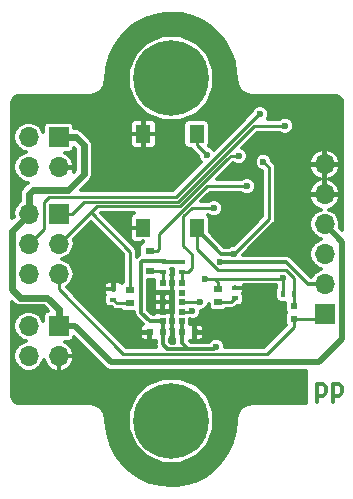
<source format=gbr>
G04 #@! TF.GenerationSoftware,KiCad,Pcbnew,(5.0.2)-1*
G04 #@! TF.CreationDate,2019-03-06T20:32:53+00:00*
G04 #@! TF.ProjectId,distanced,64697374-616e-4636-9564-2e6b69636164,rev?*
G04 #@! TF.SameCoordinates,Original*
G04 #@! TF.FileFunction,Copper,L1,Top*
G04 #@! TF.FilePolarity,Positive*
%FSLAX46Y46*%
G04 Gerber Fmt 4.6, Leading zero omitted, Abs format (unit mm)*
G04 Created by KiCad (PCBNEW (5.0.2)-1) date 06/03/2019 20:32:53*
%MOMM*%
%LPD*%
G01*
G04 APERTURE LIST*
G04 #@! TA.AperFunction,NonConductor*
%ADD10C,0.300000*%
G04 #@! TD*
G04 #@! TA.AperFunction,SMDPad,CuDef*
%ADD11R,0.500000X0.500000*%
G04 #@! TD*
G04 #@! TA.AperFunction,ComponentPad*
%ADD12R,1.700000X1.700000*%
G04 #@! TD*
G04 #@! TA.AperFunction,ComponentPad*
%ADD13O,1.700000X1.700000*%
G04 #@! TD*
G04 #@! TA.AperFunction,ComponentPad*
%ADD14C,6.400000*%
G04 #@! TD*
G04 #@! TA.AperFunction,SMDPad,CuDef*
%ADD15R,0.500000X0.600000*%
G04 #@! TD*
G04 #@! TA.AperFunction,SMDPad,CuDef*
%ADD16R,0.600000X0.400000*%
G04 #@! TD*
G04 #@! TA.AperFunction,SMDPad,CuDef*
%ADD17R,0.400000X0.600000*%
G04 #@! TD*
G04 #@! TA.AperFunction,SMDPad,CuDef*
%ADD18R,0.700000X0.600000*%
G04 #@! TD*
G04 #@! TA.AperFunction,SMDPad,CuDef*
%ADD19R,1.300000X1.550000*%
G04 #@! TD*
G04 #@! TA.AperFunction,SMDPad,CuDef*
%ADD20R,0.800000X0.600000*%
G04 #@! TD*
G04 #@! TA.AperFunction,SMDPad,CuDef*
%ADD21R,0.600000X0.500000*%
G04 #@! TD*
G04 #@! TA.AperFunction,ViaPad*
%ADD22C,0.600000*%
G04 #@! TD*
G04 #@! TA.AperFunction,Conductor*
%ADD23C,0.300000*%
G04 #@! TD*
G04 #@! TA.AperFunction,Conductor*
%ADD24C,0.600000*%
G04 #@! TD*
G04 #@! TA.AperFunction,Conductor*
%ADD25C,0.500000*%
G04 #@! TD*
G04 #@! TA.AperFunction,Conductor*
%ADD26C,0.250000*%
G04 #@! TD*
G04 APERTURE END LIST*
D10*
X160390000Y-95878571D02*
X160390000Y-97378571D01*
X160390000Y-95950000D02*
X160532857Y-95878571D01*
X160818571Y-95878571D01*
X160961428Y-95950000D01*
X161032857Y-96021428D01*
X161104285Y-96164285D01*
X161104285Y-96592857D01*
X161032857Y-96735714D01*
X160961428Y-96807142D01*
X160818571Y-96878571D01*
X160532857Y-96878571D01*
X160390000Y-96807142D01*
X161747142Y-95878571D02*
X161747142Y-97378571D01*
X161747142Y-95950000D02*
X161890000Y-95878571D01*
X162175714Y-95878571D01*
X162318571Y-95950000D01*
X162390000Y-96021428D01*
X162461428Y-96164285D01*
X162461428Y-96592857D01*
X162390000Y-96735714D01*
X162318571Y-96807142D01*
X162175714Y-96878571D01*
X161890000Y-96878571D01*
X161747142Y-96807142D01*
D11*
G04 #@! TO.P,LSR2,1*
G04 #@! TO.N,+2V8*
X147280000Y-90556000D03*
G04 #@! TO.P,LSR2,2*
G04 #@! TO.N,GNDREF*
X147280000Y-89756000D03*
G04 #@! TO.P,LSR2,3*
X147280000Y-88956000D03*
G04 #@! TO.P,LSR2,4*
X147280000Y-88156000D03*
G04 #@! TO.P,LSR2,5*
G04 #@! TO.N,Net-(D4-Pad2)*
X147280000Y-87356000D03*
G04 #@! TO.P,LSR2,6*
G04 #@! TO.N,GNDREF*
X148080000Y-87356000D03*
G04 #@! TO.P,LSR2,7*
G04 #@! TO.N,D4*
X148880000Y-87356000D03*
G04 #@! TO.P,LSR2,8*
G04 #@! TO.N,N/C*
X148880000Y-88156000D03*
G04 #@! TO.P,LSR2,9*
G04 #@! TO.N,2.8_SDA*
X148880000Y-88956000D03*
G04 #@! TO.P,LSR2,10*
G04 #@! TO.N,2.8_SCL*
X148880000Y-89756000D03*
G04 #@! TO.P,LSR2,11*
G04 #@! TO.N,+2V8*
X148880000Y-90556000D03*
G04 #@! TO.P,LSR2,12*
G04 #@! TO.N,GNDREF*
X148080000Y-90556000D03*
G04 #@! TD*
D12*
G04 #@! TO.P,J2,1*
G04 #@! TO.N,D12*
X138500000Y-81500000D03*
D13*
G04 #@! TO.P,J2,2*
G04 #@! TO.N,RAW*
X135960000Y-81500000D03*
G04 #@! TO.P,J2,3*
G04 #@! TO.N,D13*
X138500000Y-84040000D03*
G04 #@! TO.P,J2,4*
G04 #@! TO.N,D11*
X135960000Y-84040000D03*
G04 #@! TO.P,J2,5*
G04 #@! TO.N,DRT*
X138500000Y-86580000D03*
G04 #@! TO.P,J2,6*
G04 #@! TO.N,GNDREF*
X135960000Y-86580000D03*
G04 #@! TD*
D12*
G04 #@! TO.P,E1,1*
G04 #@! TO.N,RAW*
X138500000Y-91000000D03*
D13*
G04 #@! TO.P,E1,2*
G04 #@! TO.N,B*
X135960000Y-91000000D03*
G04 #@! TO.P,E1,3*
G04 #@! TO.N,GNDREF*
X138500000Y-93540000D03*
G04 #@! TO.P,E1,4*
G04 #@! TO.N,A*
X135960000Y-93540000D03*
G04 #@! TD*
D12*
G04 #@! TO.P,W1,1*
G04 #@! TO.N,RAW*
X138500000Y-75000000D03*
D13*
G04 #@! TO.P,W1,2*
G04 #@! TO.N,B*
X135960000Y-75000000D03*
G04 #@! TO.P,W1,3*
G04 #@! TO.N,GNDREF*
X138500000Y-77540000D03*
G04 #@! TO.P,W1,4*
G04 #@! TO.N,A*
X135960000Y-77540000D03*
G04 #@! TD*
D12*
G04 #@! TO.P,J1,1*
G04 #@! TO.N,DRT*
X161000000Y-90000000D03*
D13*
G04 #@! TO.P,J1,2*
G04 #@! TO.N,TXO*
X161000000Y-87460000D03*
G04 #@! TO.P,J1,3*
G04 #@! TO.N,RXI*
X161000000Y-84920000D03*
G04 #@! TO.P,J1,4*
G04 #@! TO.N,RAW*
X161000000Y-82380000D03*
G04 #@! TO.P,J1,5*
G04 #@! TO.N,GNDREF*
X161000000Y-79840000D03*
G04 #@! TO.P,J1,6*
X161000000Y-77300000D03*
G04 #@! TD*
D14*
G04 #@! TO.P,REF\002A\002A,1*
G04 #@! TO.N,N/C*
X148000000Y-99000000D03*
G04 #@! TD*
D15*
G04 #@! TO.P,C6,1*
G04 #@! TO.N,Net-(C6-Pad1)*
X158380000Y-89290000D03*
G04 #@! TO.P,C6,2*
G04 #@! TO.N,DRT*
X158380000Y-90390000D03*
G04 #@! TD*
D16*
G04 #@! TO.P,R1,1*
G04 #@! TO.N,Net-(D1-Pad1)*
X153400000Y-88650000D03*
G04 #@! TO.P,R1,2*
G04 #@! TO.N,GNDREF*
X153400000Y-87750000D03*
G04 #@! TD*
G04 #@! TO.P,R4,1*
G04 #@! TO.N,GNDREF*
X143100000Y-87850000D03*
G04 #@! TO.P,R4,2*
G04 #@! TO.N,Net-(D2-Pad1)*
X143100000Y-88750000D03*
G04 #@! TD*
D17*
G04 #@! TO.P,R5,1*
G04 #@! TO.N,+3V3*
X157480000Y-88250000D03*
G04 #@! TO.P,R5,2*
G04 #@! TO.N,Net-(C6-Pad1)*
X158380000Y-88250000D03*
G04 #@! TD*
D18*
G04 #@! TO.P,D2,2*
G04 #@! TO.N,D13*
X144500000Y-87950000D03*
G04 #@! TO.P,D2,1*
G04 #@! TO.N,Net-(D2-Pad1)*
X144500000Y-89050000D03*
G04 #@! TD*
D19*
G04 #@! TO.P,SWRST1,1*
G04 #@! TO.N,Net-(C6-Pad1)*
X150150000Y-74725000D03*
X150150000Y-82675000D03*
G04 #@! TO.P,SWRST1,2*
G04 #@! TO.N,GNDREF*
X145650000Y-74725000D03*
X145650000Y-82675000D03*
G04 #@! TD*
D20*
G04 #@! TO.P,D4,1*
G04 #@! TO.N,D3*
X146170000Y-84620000D03*
G04 #@! TO.P,D4,2*
G04 #@! TO.N,Net-(D4-Pad2)*
X146170000Y-86320000D03*
G04 #@! TD*
D18*
G04 #@! TO.P,D1,2*
G04 #@! TO.N,+3V3*
X152000000Y-87850000D03*
G04 #@! TO.P,D1,1*
G04 #@! TO.N,Net-(D1-Pad1)*
X152000000Y-88950000D03*
G04 #@! TD*
D21*
G04 #@! TO.P,C13,1*
G04 #@! TO.N,+2V8*
X148880000Y-91530000D03*
G04 #@! TO.P,C13,2*
G04 #@! TO.N,GNDREF*
X149980000Y-91530000D03*
G04 #@! TD*
G04 #@! TO.P,C14,1*
G04 #@! TO.N,+2V8*
X147280000Y-91530000D03*
G04 #@! TO.P,C14,2*
G04 #@! TO.N,GNDREF*
X146180000Y-91530000D03*
G04 #@! TD*
D16*
G04 #@! TO.P,R12,1*
G04 #@! TO.N,+2V8*
X148880000Y-85530000D03*
G04 #@! TO.P,R12,2*
G04 #@! TO.N,D4*
X148880000Y-86430000D03*
G04 #@! TD*
G04 #@! TO.P,R13,1*
G04 #@! TO.N,+2V8*
X147280000Y-85510000D03*
G04 #@! TO.P,R13,2*
G04 #@! TO.N,Net-(D4-Pad2)*
X147280000Y-86410000D03*
G04 #@! TD*
D14*
G04 #@! TO.P,REF\002A\002A,1*
G04 #@! TO.N,N/C*
X148000000Y-70000000D03*
G04 #@! TD*
D22*
G04 #@! TO.N,GNDREF*
X143625000Y-86025000D03*
X148160000Y-92310000D03*
X152020000Y-79970000D03*
X147580000Y-78820000D03*
X156520000Y-89040000D03*
X144000000Y-81510000D03*
X147410000Y-76650000D03*
X141640000Y-89080000D03*
X140110000Y-85240000D03*
X139870000Y-87150000D03*
G04 #@! TO.N,Net-(C6-Pad1)*
X153350000Y-84875000D03*
X151000000Y-76500000D03*
X155820000Y-77080000D03*
G04 #@! TO.N,D13*
X153720000Y-76600000D03*
G04 #@! TO.N,D3*
X154430000Y-79140000D03*
G04 #@! TO.N,D4*
X151630000Y-81005000D03*
G04 #@! TO.N,TXO*
X152150000Y-85600000D03*
G04 #@! TO.N,D11*
X155540000Y-73040000D03*
G04 #@! TO.N,D12*
X157670000Y-74040000D03*
G04 #@! TO.N,+3V3*
X150900000Y-86975000D03*
X157450000Y-86950000D03*
G04 #@! TO.N,+2V8*
X151830000Y-92750000D03*
G04 #@! TO.N,2.8_SDA*
X150450000Y-88930000D03*
G04 #@! TO.N,2.8_SCL*
X149810000Y-89710000D03*
G04 #@! TD*
D23*
G04 #@! TO.N,GNDREF*
X148080000Y-90556000D02*
X148080000Y-92230000D01*
X148080000Y-92230000D02*
X148160000Y-92310000D01*
D24*
G04 #@! TO.N,RAW*
X138500000Y-89550000D02*
X138500000Y-91000000D01*
X137525000Y-88575000D02*
X138500000Y-89550000D01*
X135225000Y-88575000D02*
X137525000Y-88575000D01*
X134525010Y-87875010D02*
X135225000Y-88575000D01*
X134525010Y-82934990D02*
X134525010Y-87875010D01*
X135960000Y-81500000D02*
X134525010Y-82934990D01*
X139950000Y-75000000D02*
X140625000Y-75675000D01*
X138500000Y-75000000D02*
X139950000Y-75000000D01*
X140625000Y-75675000D02*
X140625000Y-78125000D01*
X140625000Y-78125000D02*
X139275000Y-79475000D01*
X139275000Y-79475000D02*
X136275000Y-79475000D01*
X135960000Y-79790000D02*
X135960000Y-81500000D01*
X136275000Y-79475000D02*
X135960000Y-79790000D01*
D25*
X162470000Y-83850000D02*
X162470000Y-92070000D01*
X161000000Y-82380000D02*
X162470000Y-83850000D01*
X162470000Y-92070000D02*
X160480000Y-94060000D01*
X139850000Y-91000000D02*
X138500000Y-91000000D01*
X142910000Y-94060000D02*
X139850000Y-91000000D01*
X160480000Y-94060000D02*
X142910000Y-94060000D01*
D23*
G04 #@! TO.N,Net-(C6-Pad1)*
X152225000Y-84875000D02*
X153350000Y-84875000D01*
X150150000Y-82675000D02*
X150150000Y-82800000D01*
X150150000Y-82800000D02*
X152225000Y-84875000D01*
D26*
X158380000Y-88250000D02*
X158380000Y-89290000D01*
X158380000Y-86960000D02*
X157700000Y-86280000D01*
X158380000Y-88250000D02*
X158380000Y-86960000D01*
X150150000Y-83700000D02*
X150150000Y-82675000D01*
X150150000Y-84451002D02*
X150150000Y-83700000D01*
X151978998Y-86280000D02*
X150150000Y-84451002D01*
X157700000Y-86280000D02*
X151978998Y-86280000D01*
X150150000Y-74725000D02*
X150150000Y-75650000D01*
X150150000Y-75650000D02*
X151000000Y-76500000D01*
X155820000Y-77080000D02*
X156300000Y-77560000D01*
X156300000Y-81925000D02*
X153350000Y-84875000D01*
X156300000Y-77560000D02*
X156300000Y-81925000D01*
G04 #@! TO.N,DRT*
X160610000Y-90390000D02*
X161000000Y-90000000D01*
X158380000Y-90390000D02*
X160610000Y-90390000D01*
X138500000Y-86580000D02*
X138500000Y-87880000D01*
X143955010Y-93335010D02*
X156134990Y-93335010D01*
X138500000Y-87880000D02*
X143955010Y-93335010D01*
X158380000Y-91090000D02*
X158380000Y-90390000D01*
X156134990Y-93335010D02*
X158380000Y-91090000D01*
G04 #@! TO.N,Net-(D1-Pad1)*
X153100000Y-88950000D02*
X153400000Y-88650000D01*
X152000000Y-88950000D02*
X153100000Y-88950000D01*
G04 #@! TO.N,D13*
X148761368Y-80850030D02*
X152730000Y-76881396D01*
X141689970Y-80850030D02*
X148761368Y-80850030D01*
X152730000Y-76881396D02*
X153041396Y-76570000D01*
X144500000Y-84680000D02*
X141180000Y-81360000D01*
X144500000Y-87950000D02*
X144500000Y-84680000D01*
X138500000Y-84040000D02*
X141180000Y-81360000D01*
X141180000Y-81360000D02*
X141689970Y-80850030D01*
X153041396Y-76570000D02*
X153690000Y-76570000D01*
X153690000Y-76570000D02*
X153720000Y-76600000D01*
G04 #@! TO.N,Net-(D2-Pad1)*
X143400000Y-89050000D02*
X143100000Y-88750000D01*
X144500000Y-89050000D02*
X143400000Y-89050000D01*
G04 #@! TO.N,D3*
X146820000Y-84620000D02*
X146170000Y-84620000D01*
X154430000Y-79140000D02*
X151037095Y-79140000D01*
X151037095Y-79140000D02*
X148657095Y-81520000D01*
X148657095Y-81520000D02*
X148640000Y-81520000D01*
X148640000Y-81520000D02*
X147000000Y-83160000D01*
X147000000Y-83160000D02*
X147000000Y-84440000D01*
X147000000Y-84440000D02*
X146820000Y-84620000D01*
G04 #@! TO.N,D4*
X148880000Y-87356000D02*
X148880000Y-86430000D01*
X149430000Y-86430000D02*
X149770000Y-86090000D01*
X148880000Y-86430000D02*
X149430000Y-86430000D01*
X149770000Y-86090000D02*
X149770000Y-84920000D01*
X149737793Y-81005000D02*
X149040000Y-81702793D01*
X151630000Y-81005000D02*
X149737793Y-81005000D01*
X149040000Y-84190000D02*
X149770000Y-84920000D01*
X149040000Y-81702793D02*
X149040000Y-84190000D01*
D23*
G04 #@! TO.N,TXO*
X152150000Y-85600000D02*
X157750000Y-85600000D01*
X159610000Y-87460000D02*
X161000000Y-87460000D01*
X157750000Y-85600000D02*
X159610000Y-87460000D01*
D26*
G04 #@! TO.N,D11*
X135960000Y-84040000D02*
X137220000Y-82780000D01*
X137220000Y-82780000D02*
X137220000Y-80480000D01*
X137649990Y-80050010D02*
X148429990Y-80050010D01*
X137220000Y-80480000D02*
X137649990Y-80050010D01*
X148429990Y-80050010D02*
X155440000Y-73040000D01*
X155440000Y-73040000D02*
X155540000Y-73040000D01*
G04 #@! TO.N,D12*
X139600000Y-81500000D02*
X140649980Y-80450020D01*
X138500000Y-81500000D02*
X139600000Y-81500000D01*
X148595679Y-80450020D02*
X152050000Y-76995698D01*
X140649980Y-80450020D02*
X148595679Y-80450020D01*
X152050000Y-76995698D02*
X155005698Y-74040000D01*
X155005698Y-74040000D02*
X157670000Y-74040000D01*
G04 #@! TO.N,+3V3*
X157425000Y-86975000D02*
X157450000Y-86950000D01*
X157450000Y-88220000D02*
X157480000Y-88250000D01*
X157450000Y-86950000D02*
X157450000Y-88220000D01*
X152000000Y-87300000D02*
X151675000Y-86975000D01*
X151675000Y-86975000D02*
X151480000Y-86975000D01*
X152000000Y-87850000D02*
X152000000Y-87300000D01*
X150900000Y-86975000D02*
X151480000Y-86975000D01*
X151480000Y-86975000D02*
X157425000Y-86975000D01*
D23*
G04 #@! TO.N,+2V8*
X147300000Y-85530000D02*
X147280000Y-85510000D01*
X148880000Y-85530000D02*
X147300000Y-85530000D01*
X147280000Y-85510000D02*
X145540000Y-85510000D01*
X145469999Y-85580001D02*
X145469999Y-89849999D01*
X145540000Y-85510000D02*
X145469999Y-85580001D01*
X146176000Y-90556000D02*
X147280000Y-90556000D01*
X145469999Y-89849999D02*
X146176000Y-90556000D01*
X148880000Y-90556000D02*
X148880000Y-91530000D01*
X147280000Y-90556000D02*
X147280000Y-91530000D01*
X151670000Y-92910000D02*
X151830000Y-92750000D01*
X148880000Y-92390000D02*
X149400000Y-92910000D01*
X148880000Y-91530000D02*
X148880000Y-92390000D01*
X147280000Y-91530000D02*
X147280000Y-92520000D01*
X147280000Y-92520000D02*
X147670000Y-92910000D01*
X147670000Y-92910000D02*
X149840000Y-92910000D01*
X149400000Y-92910000D02*
X149840000Y-92910000D01*
X149840000Y-92910000D02*
X151670000Y-92910000D01*
D26*
G04 #@! TO.N,2.8_SDA*
X148880000Y-88956000D02*
X150424000Y-88956000D01*
X150424000Y-88956000D02*
X150450000Y-88930000D01*
G04 #@! TO.N,2.8_SCL*
X148880000Y-89756000D02*
X149764000Y-89756000D01*
X149764000Y-89756000D02*
X149810000Y-89710000D01*
G04 #@! TO.N,Net-(D4-Pad2)*
X147190000Y-86320000D02*
X147280000Y-86410000D01*
X146170000Y-86320000D02*
X147190000Y-86320000D01*
X147280000Y-86410000D02*
X147280000Y-87356000D01*
G04 #@! TD*
D23*
G04 #@! TO.N,GNDREF*
G36*
X134642437Y-89053096D02*
X134684280Y-89115720D01*
X134932365Y-89281484D01*
X135151134Y-89325000D01*
X135224999Y-89339693D01*
X135298864Y-89325000D01*
X137214340Y-89325000D01*
X137592051Y-89702711D01*
X137474419Y-89726109D01*
X137325568Y-89825568D01*
X137226109Y-89974419D01*
X137191184Y-90150000D01*
X137191184Y-90526001D01*
X137184573Y-90492765D01*
X136897247Y-90062753D01*
X136467235Y-89775427D01*
X136088037Y-89700000D01*
X135831963Y-89700000D01*
X135452765Y-89775427D01*
X135022753Y-90062753D01*
X134735427Y-90492765D01*
X134634532Y-91000000D01*
X134735427Y-91507235D01*
X135022753Y-91937247D01*
X135452765Y-92224573D01*
X135681142Y-92270000D01*
X135452765Y-92315427D01*
X135022753Y-92602753D01*
X134735427Y-93032765D01*
X134634532Y-93540000D01*
X134735427Y-94047235D01*
X135022753Y-94477247D01*
X135452765Y-94764573D01*
X135831963Y-94840000D01*
X136088037Y-94840000D01*
X136467235Y-94764573D01*
X136897247Y-94477247D01*
X137184573Y-94047235D01*
X137213296Y-93902834D01*
X137393318Y-94313150D01*
X137773431Y-94677806D01*
X138264157Y-94869242D01*
X138475000Y-94764771D01*
X138475000Y-93565000D01*
X138525000Y-93565000D01*
X138525000Y-94764771D01*
X138735843Y-94869242D01*
X139226569Y-94677806D01*
X139606682Y-94313150D01*
X139818313Y-93830789D01*
X139829239Y-93775842D01*
X139724745Y-93565000D01*
X138525000Y-93565000D01*
X138475000Y-93565000D01*
X138455000Y-93565000D01*
X138455000Y-93515000D01*
X138475000Y-93515000D01*
X138475000Y-93495000D01*
X138525000Y-93495000D01*
X138525000Y-93515000D01*
X139724745Y-93515000D01*
X139829239Y-93304158D01*
X139818313Y-93249211D01*
X139606682Y-92766850D01*
X139226569Y-92402194D01*
X138987204Y-92308816D01*
X139350000Y-92308816D01*
X139525581Y-92273891D01*
X139674432Y-92174432D01*
X139773891Y-92025581D01*
X139792430Y-91932378D01*
X142366279Y-94506229D01*
X142405329Y-94564671D01*
X142463771Y-94603721D01*
X142463773Y-94603723D01*
X142636873Y-94719385D01*
X142683040Y-94728568D01*
X142841060Y-94760000D01*
X142841063Y-94760000D01*
X142910000Y-94773712D01*
X142978936Y-94760000D01*
X159432857Y-94760000D01*
X159432857Y-97475000D01*
X154948294Y-97475000D01*
X154897488Y-97485106D01*
X154514895Y-97561208D01*
X154325643Y-97639598D01*
X154325640Y-97639601D01*
X154001219Y-97856371D01*
X153856371Y-98001218D01*
X153856371Y-98001219D01*
X153639598Y-98325643D01*
X153561207Y-98514895D01*
X153561207Y-98514900D01*
X153485088Y-98897578D01*
X153485088Y-98906913D01*
X153477973Y-98944212D01*
X153476765Y-98956983D01*
X153399735Y-99893922D01*
X153181227Y-100763838D01*
X152823574Y-101586381D01*
X152336383Y-102339463D01*
X151732734Y-103002864D01*
X151028839Y-103558767D01*
X150243601Y-103992242D01*
X149398112Y-104291646D01*
X148506006Y-104450554D01*
X148009186Y-104473984D01*
X147106078Y-104399735D01*
X146236162Y-104181227D01*
X145413619Y-103823574D01*
X144660537Y-103336383D01*
X143997136Y-102732734D01*
X143441233Y-102028839D01*
X143007758Y-101243601D01*
X142708354Y-100398112D01*
X142549446Y-99506006D01*
X142524417Y-98975269D01*
X142514912Y-98902085D01*
X142514912Y-98897578D01*
X142438792Y-98514895D01*
X142360402Y-98325643D01*
X142360399Y-98325640D01*
X142325875Y-98273970D01*
X144350000Y-98273970D01*
X144350000Y-99726030D01*
X144905679Y-101067559D01*
X145932441Y-102094321D01*
X147273970Y-102650000D01*
X148726030Y-102650000D01*
X150067559Y-102094321D01*
X151094321Y-101067559D01*
X151650000Y-99726030D01*
X151650000Y-98273970D01*
X151094321Y-96932441D01*
X150067559Y-95905679D01*
X148726030Y-95350000D01*
X147273970Y-95350000D01*
X145932441Y-95905679D01*
X144905679Y-96932441D01*
X144350000Y-98273970D01*
X142325875Y-98273970D01*
X142143629Y-98001219D01*
X141998782Y-97856371D01*
X141998779Y-97856370D01*
X141674357Y-97639598D01*
X141485105Y-97561207D01*
X141485100Y-97561207D01*
X141102513Y-97485106D01*
X141051706Y-97475000D01*
X135051706Y-97475000D01*
X134822163Y-97429341D01*
X134671396Y-97328602D01*
X134570659Y-97177838D01*
X134525000Y-96948294D01*
X134525000Y-88935660D01*
X134642437Y-89053096D01*
X134642437Y-89053096D01*
G37*
X134642437Y-89053096D02*
X134684280Y-89115720D01*
X134932365Y-89281484D01*
X135151134Y-89325000D01*
X135224999Y-89339693D01*
X135298864Y-89325000D01*
X137214340Y-89325000D01*
X137592051Y-89702711D01*
X137474419Y-89726109D01*
X137325568Y-89825568D01*
X137226109Y-89974419D01*
X137191184Y-90150000D01*
X137191184Y-90526001D01*
X137184573Y-90492765D01*
X136897247Y-90062753D01*
X136467235Y-89775427D01*
X136088037Y-89700000D01*
X135831963Y-89700000D01*
X135452765Y-89775427D01*
X135022753Y-90062753D01*
X134735427Y-90492765D01*
X134634532Y-91000000D01*
X134735427Y-91507235D01*
X135022753Y-91937247D01*
X135452765Y-92224573D01*
X135681142Y-92270000D01*
X135452765Y-92315427D01*
X135022753Y-92602753D01*
X134735427Y-93032765D01*
X134634532Y-93540000D01*
X134735427Y-94047235D01*
X135022753Y-94477247D01*
X135452765Y-94764573D01*
X135831963Y-94840000D01*
X136088037Y-94840000D01*
X136467235Y-94764573D01*
X136897247Y-94477247D01*
X137184573Y-94047235D01*
X137213296Y-93902834D01*
X137393318Y-94313150D01*
X137773431Y-94677806D01*
X138264157Y-94869242D01*
X138475000Y-94764771D01*
X138475000Y-93565000D01*
X138525000Y-93565000D01*
X138525000Y-94764771D01*
X138735843Y-94869242D01*
X139226569Y-94677806D01*
X139606682Y-94313150D01*
X139818313Y-93830789D01*
X139829239Y-93775842D01*
X139724745Y-93565000D01*
X138525000Y-93565000D01*
X138475000Y-93565000D01*
X138455000Y-93565000D01*
X138455000Y-93515000D01*
X138475000Y-93515000D01*
X138475000Y-93495000D01*
X138525000Y-93495000D01*
X138525000Y-93515000D01*
X139724745Y-93515000D01*
X139829239Y-93304158D01*
X139818313Y-93249211D01*
X139606682Y-92766850D01*
X139226569Y-92402194D01*
X138987204Y-92308816D01*
X139350000Y-92308816D01*
X139525581Y-92273891D01*
X139674432Y-92174432D01*
X139773891Y-92025581D01*
X139792430Y-91932378D01*
X142366279Y-94506229D01*
X142405329Y-94564671D01*
X142463771Y-94603721D01*
X142463773Y-94603723D01*
X142636873Y-94719385D01*
X142683040Y-94728568D01*
X142841060Y-94760000D01*
X142841063Y-94760000D01*
X142910000Y-94773712D01*
X142978936Y-94760000D01*
X159432857Y-94760000D01*
X159432857Y-97475000D01*
X154948294Y-97475000D01*
X154897488Y-97485106D01*
X154514895Y-97561208D01*
X154325643Y-97639598D01*
X154325640Y-97639601D01*
X154001219Y-97856371D01*
X153856371Y-98001218D01*
X153856371Y-98001219D01*
X153639598Y-98325643D01*
X153561207Y-98514895D01*
X153561207Y-98514900D01*
X153485088Y-98897578D01*
X153485088Y-98906913D01*
X153477973Y-98944212D01*
X153476765Y-98956983D01*
X153399735Y-99893922D01*
X153181227Y-100763838D01*
X152823574Y-101586381D01*
X152336383Y-102339463D01*
X151732734Y-103002864D01*
X151028839Y-103558767D01*
X150243601Y-103992242D01*
X149398112Y-104291646D01*
X148506006Y-104450554D01*
X148009186Y-104473984D01*
X147106078Y-104399735D01*
X146236162Y-104181227D01*
X145413619Y-103823574D01*
X144660537Y-103336383D01*
X143997136Y-102732734D01*
X143441233Y-102028839D01*
X143007758Y-101243601D01*
X142708354Y-100398112D01*
X142549446Y-99506006D01*
X142524417Y-98975269D01*
X142514912Y-98902085D01*
X142514912Y-98897578D01*
X142438792Y-98514895D01*
X142360402Y-98325643D01*
X142360399Y-98325640D01*
X142325875Y-98273970D01*
X144350000Y-98273970D01*
X144350000Y-99726030D01*
X144905679Y-101067559D01*
X145932441Y-102094321D01*
X147273970Y-102650000D01*
X148726030Y-102650000D01*
X150067559Y-102094321D01*
X151094321Y-101067559D01*
X151650000Y-99726030D01*
X151650000Y-98273970D01*
X151094321Y-96932441D01*
X150067559Y-95905679D01*
X148726030Y-95350000D01*
X147273970Y-95350000D01*
X145932441Y-95905679D01*
X144905679Y-96932441D01*
X144350000Y-98273970D01*
X142325875Y-98273970D01*
X142143629Y-98001219D01*
X141998782Y-97856371D01*
X141998779Y-97856370D01*
X141674357Y-97639598D01*
X141485105Y-97561207D01*
X141485100Y-97561207D01*
X141102513Y-97485106D01*
X141051706Y-97475000D01*
X135051706Y-97475000D01*
X134822163Y-97429341D01*
X134671396Y-97328602D01*
X134570659Y-97177838D01*
X134525000Y-96948294D01*
X134525000Y-88935660D01*
X134642437Y-89053096D01*
G36*
X156875001Y-87746146D02*
X156856109Y-87774419D01*
X156821184Y-87950000D01*
X156821184Y-88550000D01*
X156856109Y-88725581D01*
X156955568Y-88874432D01*
X157104419Y-88973891D01*
X157280000Y-89008816D01*
X157671184Y-89008816D01*
X157671184Y-89590000D01*
X157706109Y-89765581D01*
X157755834Y-89840000D01*
X157706109Y-89914419D01*
X157671184Y-90090000D01*
X157671184Y-90690000D01*
X157706109Y-90865581D01*
X157740210Y-90916617D01*
X155896818Y-92760010D01*
X152580000Y-92760010D01*
X152580000Y-92600816D01*
X152465819Y-92325159D01*
X152254841Y-92114181D01*
X151979184Y-92000000D01*
X151680816Y-92000000D01*
X151405159Y-92114181D01*
X151209340Y-92310000D01*
X149648528Y-92310000D01*
X149618528Y-92280000D01*
X149830000Y-92280000D01*
X149955000Y-92155000D01*
X149955000Y-91555000D01*
X150005000Y-91555000D01*
X150005000Y-92155000D01*
X150130000Y-92280000D01*
X150379456Y-92280000D01*
X150563227Y-92203880D01*
X150703879Y-92063227D01*
X150780000Y-91879456D01*
X150780000Y-91680000D01*
X150655000Y-91555000D01*
X150005000Y-91555000D01*
X149955000Y-91555000D01*
X149935000Y-91555000D01*
X149935000Y-91505000D01*
X149955000Y-91505000D01*
X149955000Y-90905000D01*
X150005000Y-90905000D01*
X150005000Y-91505000D01*
X150655000Y-91505000D01*
X150780000Y-91380000D01*
X150780000Y-91180544D01*
X150703879Y-90996773D01*
X150563227Y-90856120D01*
X150379456Y-90780000D01*
X150130000Y-90780000D01*
X150005000Y-90905000D01*
X149955000Y-90905000D01*
X149830000Y-90780000D01*
X149588816Y-90780000D01*
X149588816Y-90430177D01*
X149660816Y-90460000D01*
X149959184Y-90460000D01*
X150234841Y-90345819D01*
X150445819Y-90134841D01*
X150560000Y-89859184D01*
X150560000Y-89680000D01*
X150599184Y-89680000D01*
X150874841Y-89565819D01*
X151085819Y-89354841D01*
X151191184Y-89100468D01*
X151191184Y-89250000D01*
X151226109Y-89425581D01*
X151325568Y-89574432D01*
X151474419Y-89673891D01*
X151650000Y-89708816D01*
X152350000Y-89708816D01*
X152525581Y-89673891D01*
X152674432Y-89574432D01*
X152707461Y-89525000D01*
X153043377Y-89525000D01*
X153100000Y-89536263D01*
X153156623Y-89525000D01*
X153156628Y-89525000D01*
X153324354Y-89491637D01*
X153514551Y-89364551D01*
X153546629Y-89316543D01*
X153554356Y-89308816D01*
X153700000Y-89308816D01*
X153875581Y-89273891D01*
X154024432Y-89174432D01*
X154123891Y-89025581D01*
X154158816Y-88850000D01*
X154158816Y-88450000D01*
X154123891Y-88274419D01*
X154107387Y-88249720D01*
X154123880Y-88233227D01*
X154200000Y-88049456D01*
X154200000Y-87900000D01*
X154075000Y-87775000D01*
X153425000Y-87775000D01*
X153425000Y-87795000D01*
X153375000Y-87795000D01*
X153375000Y-87775000D01*
X153355000Y-87775000D01*
X153355000Y-87725000D01*
X153375000Y-87725000D01*
X153375000Y-87705000D01*
X153425000Y-87705000D01*
X153425000Y-87725000D01*
X154075000Y-87725000D01*
X154200000Y-87600000D01*
X154200000Y-87550000D01*
X156875000Y-87550000D01*
X156875001Y-87746146D01*
X156875001Y-87746146D01*
G37*
X156875001Y-87746146D02*
X156856109Y-87774419D01*
X156821184Y-87950000D01*
X156821184Y-88550000D01*
X156856109Y-88725581D01*
X156955568Y-88874432D01*
X157104419Y-88973891D01*
X157280000Y-89008816D01*
X157671184Y-89008816D01*
X157671184Y-89590000D01*
X157706109Y-89765581D01*
X157755834Y-89840000D01*
X157706109Y-89914419D01*
X157671184Y-90090000D01*
X157671184Y-90690000D01*
X157706109Y-90865581D01*
X157740210Y-90916617D01*
X155896818Y-92760010D01*
X152580000Y-92760010D01*
X152580000Y-92600816D01*
X152465819Y-92325159D01*
X152254841Y-92114181D01*
X151979184Y-92000000D01*
X151680816Y-92000000D01*
X151405159Y-92114181D01*
X151209340Y-92310000D01*
X149648528Y-92310000D01*
X149618528Y-92280000D01*
X149830000Y-92280000D01*
X149955000Y-92155000D01*
X149955000Y-91555000D01*
X150005000Y-91555000D01*
X150005000Y-92155000D01*
X150130000Y-92280000D01*
X150379456Y-92280000D01*
X150563227Y-92203880D01*
X150703879Y-92063227D01*
X150780000Y-91879456D01*
X150780000Y-91680000D01*
X150655000Y-91555000D01*
X150005000Y-91555000D01*
X149955000Y-91555000D01*
X149935000Y-91555000D01*
X149935000Y-91505000D01*
X149955000Y-91505000D01*
X149955000Y-90905000D01*
X150005000Y-90905000D01*
X150005000Y-91505000D01*
X150655000Y-91505000D01*
X150780000Y-91380000D01*
X150780000Y-91180544D01*
X150703879Y-90996773D01*
X150563227Y-90856120D01*
X150379456Y-90780000D01*
X150130000Y-90780000D01*
X150005000Y-90905000D01*
X149955000Y-90905000D01*
X149830000Y-90780000D01*
X149588816Y-90780000D01*
X149588816Y-90430177D01*
X149660816Y-90460000D01*
X149959184Y-90460000D01*
X150234841Y-90345819D01*
X150445819Y-90134841D01*
X150560000Y-89859184D01*
X150560000Y-89680000D01*
X150599184Y-89680000D01*
X150874841Y-89565819D01*
X151085819Y-89354841D01*
X151191184Y-89100468D01*
X151191184Y-89250000D01*
X151226109Y-89425581D01*
X151325568Y-89574432D01*
X151474419Y-89673891D01*
X151650000Y-89708816D01*
X152350000Y-89708816D01*
X152525581Y-89673891D01*
X152674432Y-89574432D01*
X152707461Y-89525000D01*
X153043377Y-89525000D01*
X153100000Y-89536263D01*
X153156623Y-89525000D01*
X153156628Y-89525000D01*
X153324354Y-89491637D01*
X153514551Y-89364551D01*
X153546629Y-89316543D01*
X153554356Y-89308816D01*
X153700000Y-89308816D01*
X153875581Y-89273891D01*
X154024432Y-89174432D01*
X154123891Y-89025581D01*
X154158816Y-88850000D01*
X154158816Y-88450000D01*
X154123891Y-88274419D01*
X154107387Y-88249720D01*
X154123880Y-88233227D01*
X154200000Y-88049456D01*
X154200000Y-87900000D01*
X154075000Y-87775000D01*
X153425000Y-87775000D01*
X153425000Y-87795000D01*
X153375000Y-87795000D01*
X153375000Y-87775000D01*
X153355000Y-87775000D01*
X153355000Y-87725000D01*
X153375000Y-87725000D01*
X153375000Y-87705000D01*
X153425000Y-87705000D01*
X153425000Y-87725000D01*
X154075000Y-87725000D01*
X154200000Y-87600000D01*
X154200000Y-87550000D01*
X156875000Y-87550000D01*
X156875001Y-87746146D01*
G36*
X143925001Y-84918174D02*
X143925000Y-87259130D01*
X143825568Y-87325568D01*
X143808387Y-87351281D01*
X143683227Y-87226121D01*
X143499456Y-87150000D01*
X143250000Y-87150000D01*
X143125000Y-87275000D01*
X143125000Y-87825000D01*
X143145000Y-87825000D01*
X143145000Y-87875000D01*
X143125000Y-87875000D01*
X143125000Y-87895000D01*
X143075000Y-87895000D01*
X143075000Y-87875000D01*
X142425000Y-87875000D01*
X142300000Y-88000000D01*
X142300000Y-88149456D01*
X142376120Y-88333227D01*
X142392613Y-88349720D01*
X142376109Y-88374419D01*
X142341184Y-88550000D01*
X142341184Y-88950000D01*
X142376109Y-89125581D01*
X142475568Y-89274432D01*
X142624419Y-89373891D01*
X142800000Y-89408816D01*
X142945644Y-89408816D01*
X142953371Y-89416543D01*
X142985449Y-89464551D01*
X143175646Y-89591637D01*
X143343372Y-89625000D01*
X143343375Y-89625000D01*
X143399999Y-89636263D01*
X143456623Y-89625000D01*
X143792539Y-89625000D01*
X143825568Y-89674432D01*
X143974419Y-89773891D01*
X144150000Y-89808816D01*
X144850000Y-89808816D01*
X144867115Y-89805412D01*
X144858246Y-89849999D01*
X144904813Y-90084107D01*
X144984007Y-90202628D01*
X145037425Y-90282574D01*
X145087518Y-90316045D01*
X145618566Y-90847093D01*
X145596773Y-90856120D01*
X145456121Y-90996773D01*
X145380000Y-91180544D01*
X145380000Y-91380000D01*
X145505000Y-91505000D01*
X146155000Y-91505000D01*
X146155000Y-91485000D01*
X146205000Y-91485000D01*
X146205000Y-91505000D01*
X146225000Y-91505000D01*
X146225000Y-91555000D01*
X146205000Y-91555000D01*
X146205000Y-92155000D01*
X146330000Y-92280000D01*
X146579456Y-92280000D01*
X146680001Y-92238353D01*
X146680001Y-92460909D01*
X146668247Y-92520000D01*
X146714814Y-92754108D01*
X146718758Y-92760010D01*
X144193183Y-92760010D01*
X143113173Y-91680000D01*
X145380000Y-91680000D01*
X145380000Y-91879456D01*
X145456121Y-92063227D01*
X145596773Y-92203880D01*
X145780544Y-92280000D01*
X146030000Y-92280000D01*
X146155000Y-92155000D01*
X146155000Y-91555000D01*
X145505000Y-91555000D01*
X145380000Y-91680000D01*
X143113173Y-91680000D01*
X139145415Y-87712243D01*
X139387414Y-87550544D01*
X142300000Y-87550544D01*
X142300000Y-87700000D01*
X142425000Y-87825000D01*
X143075000Y-87825000D01*
X143075000Y-87275000D01*
X142950000Y-87150000D01*
X142700544Y-87150000D01*
X142516773Y-87226121D01*
X142376120Y-87366773D01*
X142300000Y-87550544D01*
X139387414Y-87550544D01*
X139437247Y-87517247D01*
X139724573Y-87087235D01*
X139825468Y-86580000D01*
X139724573Y-86072765D01*
X139437247Y-85642753D01*
X139007235Y-85355427D01*
X138778858Y-85310000D01*
X139007235Y-85264573D01*
X139437247Y-84977247D01*
X139724573Y-84547235D01*
X139825468Y-84040000D01*
X139740473Y-83612699D01*
X141180000Y-82173172D01*
X143925001Y-84918174D01*
X143925001Y-84918174D01*
G37*
X143925001Y-84918174D02*
X143925000Y-87259130D01*
X143825568Y-87325568D01*
X143808387Y-87351281D01*
X143683227Y-87226121D01*
X143499456Y-87150000D01*
X143250000Y-87150000D01*
X143125000Y-87275000D01*
X143125000Y-87825000D01*
X143145000Y-87825000D01*
X143145000Y-87875000D01*
X143125000Y-87875000D01*
X143125000Y-87895000D01*
X143075000Y-87895000D01*
X143075000Y-87875000D01*
X142425000Y-87875000D01*
X142300000Y-88000000D01*
X142300000Y-88149456D01*
X142376120Y-88333227D01*
X142392613Y-88349720D01*
X142376109Y-88374419D01*
X142341184Y-88550000D01*
X142341184Y-88950000D01*
X142376109Y-89125581D01*
X142475568Y-89274432D01*
X142624419Y-89373891D01*
X142800000Y-89408816D01*
X142945644Y-89408816D01*
X142953371Y-89416543D01*
X142985449Y-89464551D01*
X143175646Y-89591637D01*
X143343372Y-89625000D01*
X143343375Y-89625000D01*
X143399999Y-89636263D01*
X143456623Y-89625000D01*
X143792539Y-89625000D01*
X143825568Y-89674432D01*
X143974419Y-89773891D01*
X144150000Y-89808816D01*
X144850000Y-89808816D01*
X144867115Y-89805412D01*
X144858246Y-89849999D01*
X144904813Y-90084107D01*
X144984007Y-90202628D01*
X145037425Y-90282574D01*
X145087518Y-90316045D01*
X145618566Y-90847093D01*
X145596773Y-90856120D01*
X145456121Y-90996773D01*
X145380000Y-91180544D01*
X145380000Y-91380000D01*
X145505000Y-91505000D01*
X146155000Y-91505000D01*
X146155000Y-91485000D01*
X146205000Y-91485000D01*
X146205000Y-91505000D01*
X146225000Y-91505000D01*
X146225000Y-91555000D01*
X146205000Y-91555000D01*
X146205000Y-92155000D01*
X146330000Y-92280000D01*
X146579456Y-92280000D01*
X146680001Y-92238353D01*
X146680001Y-92460909D01*
X146668247Y-92520000D01*
X146714814Y-92754108D01*
X146718758Y-92760010D01*
X144193183Y-92760010D01*
X143113173Y-91680000D01*
X145380000Y-91680000D01*
X145380000Y-91879456D01*
X145456121Y-92063227D01*
X145596773Y-92203880D01*
X145780544Y-92280000D01*
X146030000Y-92280000D01*
X146155000Y-92155000D01*
X146155000Y-91555000D01*
X145505000Y-91555000D01*
X145380000Y-91680000D01*
X143113173Y-91680000D01*
X139145415Y-87712243D01*
X139387414Y-87550544D01*
X142300000Y-87550544D01*
X142300000Y-87700000D01*
X142425000Y-87825000D01*
X143075000Y-87825000D01*
X143075000Y-87275000D01*
X142950000Y-87150000D01*
X142700544Y-87150000D01*
X142516773Y-87226121D01*
X142376120Y-87366773D01*
X142300000Y-87550544D01*
X139387414Y-87550544D01*
X139437247Y-87517247D01*
X139724573Y-87087235D01*
X139825468Y-86580000D01*
X139724573Y-86072765D01*
X139437247Y-85642753D01*
X139007235Y-85355427D01*
X138778858Y-85310000D01*
X139007235Y-85264573D01*
X139437247Y-84977247D01*
X139724573Y-84547235D01*
X139825468Y-84040000D01*
X139740473Y-83612699D01*
X141180000Y-82173172D01*
X143925001Y-84918174D01*
G36*
X148121184Y-86230000D02*
X148121184Y-86630000D01*
X148135256Y-86700744D01*
X148105000Y-86731000D01*
X148105000Y-87331000D01*
X148125000Y-87331000D01*
X148125000Y-87381000D01*
X148105000Y-87381000D01*
X148105000Y-87981000D01*
X148171184Y-88047184D01*
X148171184Y-88406000D01*
X148201021Y-88556000D01*
X148171184Y-88706000D01*
X148171184Y-89206000D01*
X148201021Y-89356000D01*
X148171184Y-89506000D01*
X148171184Y-89864816D01*
X148105000Y-89931000D01*
X148105000Y-90531000D01*
X148125000Y-90531000D01*
X148125000Y-90581000D01*
X148105000Y-90581000D01*
X148105000Y-91181000D01*
X148134924Y-91210924D01*
X148121184Y-91280000D01*
X148121184Y-91780000D01*
X148156109Y-91955581D01*
X148255568Y-92104432D01*
X148280000Y-92120757D01*
X148280000Y-92310000D01*
X147918528Y-92310000D01*
X147880000Y-92271473D01*
X147880000Y-92120757D01*
X147904432Y-92104432D01*
X148003891Y-91955581D01*
X148038816Y-91780000D01*
X148038816Y-91280000D01*
X148025076Y-91210924D01*
X148055000Y-91181000D01*
X148055000Y-90581000D01*
X148035000Y-90581000D01*
X148035000Y-90531000D01*
X148055000Y-90531000D01*
X148055000Y-89931000D01*
X147905000Y-89781000D01*
X147305000Y-89781000D01*
X147305000Y-89801000D01*
X147255000Y-89801000D01*
X147255000Y-89781000D01*
X146655000Y-89781000D01*
X146530000Y-89906000D01*
X146530000Y-89956000D01*
X146424528Y-89956000D01*
X146069999Y-89601472D01*
X146069999Y-89106000D01*
X146530000Y-89106000D01*
X146530000Y-89305456D01*
X146550936Y-89356000D01*
X146530000Y-89406544D01*
X146530000Y-89606000D01*
X146655000Y-89731000D01*
X147255000Y-89731000D01*
X147255000Y-88981000D01*
X147305000Y-88981000D01*
X147305000Y-89731000D01*
X147905000Y-89731000D01*
X148030000Y-89606000D01*
X148030000Y-89406544D01*
X148009064Y-89356000D01*
X148030000Y-89305456D01*
X148030000Y-89106000D01*
X147905000Y-88981000D01*
X147305000Y-88981000D01*
X147255000Y-88981000D01*
X146655000Y-88981000D01*
X146530000Y-89106000D01*
X146069999Y-89106000D01*
X146069999Y-88306000D01*
X146530000Y-88306000D01*
X146530000Y-88505456D01*
X146550936Y-88556000D01*
X146530000Y-88606544D01*
X146530000Y-88806000D01*
X146655000Y-88931000D01*
X147255000Y-88931000D01*
X147255000Y-88181000D01*
X147305000Y-88181000D01*
X147305000Y-88931000D01*
X147905000Y-88931000D01*
X148030000Y-88806000D01*
X148030000Y-88606544D01*
X148009064Y-88556000D01*
X148030000Y-88505456D01*
X148030000Y-88306000D01*
X147905000Y-88181000D01*
X147305000Y-88181000D01*
X147255000Y-88181000D01*
X146655000Y-88181000D01*
X146530000Y-88306000D01*
X146069999Y-88306000D01*
X146069999Y-87078816D01*
X146570000Y-87078816D01*
X146576863Y-87077451D01*
X146571184Y-87106000D01*
X146571184Y-87606000D01*
X146584772Y-87674313D01*
X146530000Y-87806544D01*
X146530000Y-88006000D01*
X146655000Y-88131000D01*
X147255000Y-88131000D01*
X147255000Y-88111000D01*
X147305000Y-88111000D01*
X147305000Y-88131000D01*
X147905000Y-88131000D01*
X148055000Y-87981000D01*
X148055000Y-87381000D01*
X148035000Y-87381000D01*
X148035000Y-87331000D01*
X148055000Y-87331000D01*
X148055000Y-86731000D01*
X148021426Y-86697426D01*
X148038816Y-86610000D01*
X148038816Y-86210000D01*
X148022903Y-86130000D01*
X148141075Y-86130000D01*
X148121184Y-86230000D01*
X148121184Y-86230000D01*
G37*
X148121184Y-86230000D02*
X148121184Y-86630000D01*
X148135256Y-86700744D01*
X148105000Y-86731000D01*
X148105000Y-87331000D01*
X148125000Y-87331000D01*
X148125000Y-87381000D01*
X148105000Y-87381000D01*
X148105000Y-87981000D01*
X148171184Y-88047184D01*
X148171184Y-88406000D01*
X148201021Y-88556000D01*
X148171184Y-88706000D01*
X148171184Y-89206000D01*
X148201021Y-89356000D01*
X148171184Y-89506000D01*
X148171184Y-89864816D01*
X148105000Y-89931000D01*
X148105000Y-90531000D01*
X148125000Y-90531000D01*
X148125000Y-90581000D01*
X148105000Y-90581000D01*
X148105000Y-91181000D01*
X148134924Y-91210924D01*
X148121184Y-91280000D01*
X148121184Y-91780000D01*
X148156109Y-91955581D01*
X148255568Y-92104432D01*
X148280000Y-92120757D01*
X148280000Y-92310000D01*
X147918528Y-92310000D01*
X147880000Y-92271473D01*
X147880000Y-92120757D01*
X147904432Y-92104432D01*
X148003891Y-91955581D01*
X148038816Y-91780000D01*
X148038816Y-91280000D01*
X148025076Y-91210924D01*
X148055000Y-91181000D01*
X148055000Y-90581000D01*
X148035000Y-90581000D01*
X148035000Y-90531000D01*
X148055000Y-90531000D01*
X148055000Y-89931000D01*
X147905000Y-89781000D01*
X147305000Y-89781000D01*
X147305000Y-89801000D01*
X147255000Y-89801000D01*
X147255000Y-89781000D01*
X146655000Y-89781000D01*
X146530000Y-89906000D01*
X146530000Y-89956000D01*
X146424528Y-89956000D01*
X146069999Y-89601472D01*
X146069999Y-89106000D01*
X146530000Y-89106000D01*
X146530000Y-89305456D01*
X146550936Y-89356000D01*
X146530000Y-89406544D01*
X146530000Y-89606000D01*
X146655000Y-89731000D01*
X147255000Y-89731000D01*
X147255000Y-88981000D01*
X147305000Y-88981000D01*
X147305000Y-89731000D01*
X147905000Y-89731000D01*
X148030000Y-89606000D01*
X148030000Y-89406544D01*
X148009064Y-89356000D01*
X148030000Y-89305456D01*
X148030000Y-89106000D01*
X147905000Y-88981000D01*
X147305000Y-88981000D01*
X147255000Y-88981000D01*
X146655000Y-88981000D01*
X146530000Y-89106000D01*
X146069999Y-89106000D01*
X146069999Y-88306000D01*
X146530000Y-88306000D01*
X146530000Y-88505456D01*
X146550936Y-88556000D01*
X146530000Y-88606544D01*
X146530000Y-88806000D01*
X146655000Y-88931000D01*
X147255000Y-88931000D01*
X147255000Y-88181000D01*
X147305000Y-88181000D01*
X147305000Y-88931000D01*
X147905000Y-88931000D01*
X148030000Y-88806000D01*
X148030000Y-88606544D01*
X148009064Y-88556000D01*
X148030000Y-88505456D01*
X148030000Y-88306000D01*
X147905000Y-88181000D01*
X147305000Y-88181000D01*
X147255000Y-88181000D01*
X146655000Y-88181000D01*
X146530000Y-88306000D01*
X146069999Y-88306000D01*
X146069999Y-87078816D01*
X146570000Y-87078816D01*
X146576863Y-87077451D01*
X146571184Y-87106000D01*
X146571184Y-87606000D01*
X146584772Y-87674313D01*
X146530000Y-87806544D01*
X146530000Y-88006000D01*
X146655000Y-88131000D01*
X147255000Y-88131000D01*
X147255000Y-88111000D01*
X147305000Y-88111000D01*
X147305000Y-88131000D01*
X147905000Y-88131000D01*
X148055000Y-87981000D01*
X148055000Y-87381000D01*
X148035000Y-87381000D01*
X148035000Y-87331000D01*
X148055000Y-87331000D01*
X148055000Y-86731000D01*
X148021426Y-86697426D01*
X148038816Y-86610000D01*
X148038816Y-86210000D01*
X148022903Y-86130000D01*
X148141075Y-86130000D01*
X148121184Y-86230000D01*
G36*
X148893922Y-64600265D02*
X149763832Y-64818771D01*
X150586381Y-65176426D01*
X151339463Y-65663617D01*
X152002864Y-66267266D01*
X152558767Y-66971161D01*
X152992242Y-67756398D01*
X153291645Y-68601887D01*
X153450554Y-69493994D01*
X153475583Y-70024731D01*
X153485088Y-70097915D01*
X153485088Y-70102422D01*
X153561207Y-70485100D01*
X153561207Y-70485105D01*
X153639598Y-70674357D01*
X153856370Y-70998779D01*
X153856371Y-70998782D01*
X154001219Y-71143629D01*
X154325640Y-71360399D01*
X154325643Y-71360402D01*
X154514895Y-71438792D01*
X154795155Y-71494539D01*
X154948294Y-71525000D01*
X161948294Y-71525000D01*
X162177838Y-71570659D01*
X162328602Y-71671396D01*
X162429341Y-71822163D01*
X162475000Y-72051706D01*
X162475000Y-82865052D01*
X162269802Y-82659853D01*
X162325468Y-82380000D01*
X162224573Y-81872765D01*
X161937247Y-81442753D01*
X161507235Y-81155427D01*
X161350946Y-81124339D01*
X161726569Y-80977806D01*
X162106682Y-80613150D01*
X162318313Y-80130789D01*
X162329239Y-80075842D01*
X162224745Y-79865000D01*
X161025000Y-79865000D01*
X161025000Y-79885000D01*
X160975000Y-79885000D01*
X160975000Y-79865000D01*
X159775255Y-79865000D01*
X159670761Y-80075842D01*
X159681687Y-80130789D01*
X159893318Y-80613150D01*
X160273431Y-80977806D01*
X160649054Y-81124339D01*
X160492765Y-81155427D01*
X160062753Y-81442753D01*
X159775427Y-81872765D01*
X159674532Y-82380000D01*
X159775427Y-82887235D01*
X160062753Y-83317247D01*
X160492765Y-83604573D01*
X160721142Y-83650000D01*
X160492765Y-83695427D01*
X160062753Y-83982753D01*
X159775427Y-84412765D01*
X159674532Y-84920000D01*
X159775427Y-85427235D01*
X160062753Y-85857247D01*
X160492765Y-86144573D01*
X160721142Y-86190000D01*
X160492765Y-86235427D01*
X160062753Y-86522753D01*
X159845869Y-86847341D01*
X158216049Y-85217522D01*
X158182575Y-85167425D01*
X157984108Y-85034813D01*
X157809091Y-85000000D01*
X157809086Y-85000000D01*
X157750000Y-84988247D01*
X157690914Y-85000000D01*
X154100000Y-85000000D01*
X154100000Y-84938172D01*
X156666546Y-82371627D01*
X156714551Y-82339551D01*
X156767406Y-82260449D01*
X156841592Y-82149421D01*
X156841637Y-82149354D01*
X156875000Y-81981628D01*
X156875000Y-81981624D01*
X156886263Y-81925001D01*
X156875000Y-81868377D01*
X156875000Y-77616624D01*
X156886263Y-77560000D01*
X156881458Y-77535842D01*
X159670761Y-77535842D01*
X159681687Y-77590789D01*
X159893318Y-78073150D01*
X160273431Y-78437806D01*
X160612296Y-78570000D01*
X160273431Y-78702194D01*
X159893318Y-79066850D01*
X159681687Y-79549211D01*
X159670761Y-79604158D01*
X159775255Y-79815000D01*
X160975000Y-79815000D01*
X160975000Y-78615229D01*
X160883719Y-78570000D01*
X160975000Y-78524771D01*
X160975000Y-77325000D01*
X161025000Y-77325000D01*
X161025000Y-78524771D01*
X161116281Y-78570000D01*
X161025000Y-78615229D01*
X161025000Y-79815000D01*
X162224745Y-79815000D01*
X162329239Y-79604158D01*
X162318313Y-79549211D01*
X162106682Y-79066850D01*
X161726569Y-78702194D01*
X161387704Y-78570000D01*
X161726569Y-78437806D01*
X162106682Y-78073150D01*
X162318313Y-77590789D01*
X162329239Y-77535842D01*
X162224745Y-77325000D01*
X161025000Y-77325000D01*
X160975000Y-77325000D01*
X159775255Y-77325000D01*
X159670761Y-77535842D01*
X156881458Y-77535842D01*
X156875000Y-77503376D01*
X156875000Y-77503372D01*
X156841637Y-77335646D01*
X156714551Y-77145449D01*
X156666546Y-77113373D01*
X156617331Y-77064158D01*
X159670761Y-77064158D01*
X159775255Y-77275000D01*
X160975000Y-77275000D01*
X160975000Y-76075229D01*
X161025000Y-76075229D01*
X161025000Y-77275000D01*
X162224745Y-77275000D01*
X162329239Y-77064158D01*
X162318313Y-77009211D01*
X162106682Y-76526850D01*
X161726569Y-76162194D01*
X161235843Y-75970758D01*
X161025000Y-76075229D01*
X160975000Y-76075229D01*
X160764157Y-75970758D01*
X160273431Y-76162194D01*
X159893318Y-76526850D01*
X159681687Y-77009211D01*
X159670761Y-77064158D01*
X156617331Y-77064158D01*
X156570000Y-77016827D01*
X156570000Y-76930816D01*
X156455819Y-76655159D01*
X156244841Y-76444181D01*
X155969184Y-76330000D01*
X155670816Y-76330000D01*
X155395159Y-76444181D01*
X155184181Y-76655159D01*
X155070000Y-76930816D01*
X155070000Y-77229184D01*
X155184181Y-77504841D01*
X155395159Y-77715819D01*
X155670816Y-77830000D01*
X155725000Y-77830000D01*
X155725001Y-81686826D01*
X153286828Y-84125000D01*
X153200816Y-84125000D01*
X152925159Y-84239181D01*
X152889340Y-84275000D01*
X152473528Y-84275000D01*
X151258816Y-83060289D01*
X151258816Y-81900000D01*
X151223891Y-81724419D01*
X151127393Y-81580000D01*
X151144340Y-81580000D01*
X151205159Y-81640819D01*
X151480816Y-81755000D01*
X151779184Y-81755000D01*
X152054841Y-81640819D01*
X152265819Y-81429841D01*
X152380000Y-81154184D01*
X152380000Y-80855816D01*
X152265819Y-80580159D01*
X152054841Y-80369181D01*
X151779184Y-80255000D01*
X151480816Y-80255000D01*
X151205159Y-80369181D01*
X151144340Y-80430000D01*
X150560268Y-80430000D01*
X151275268Y-79715000D01*
X153944340Y-79715000D01*
X154005159Y-79775819D01*
X154280816Y-79890000D01*
X154579184Y-79890000D01*
X154854841Y-79775819D01*
X155065819Y-79564841D01*
X155180000Y-79289184D01*
X155180000Y-78990816D01*
X155065819Y-78715159D01*
X154854841Y-78504181D01*
X154579184Y-78390000D01*
X154280816Y-78390000D01*
X154005159Y-78504181D01*
X153944340Y-78565000D01*
X151859569Y-78565000D01*
X153176628Y-77247940D01*
X153241954Y-77182614D01*
X153295159Y-77235819D01*
X153570816Y-77350000D01*
X153869184Y-77350000D01*
X154144841Y-77235819D01*
X154355819Y-77024841D01*
X154470000Y-76749184D01*
X154470000Y-76450816D01*
X154355819Y-76175159D01*
X154144841Y-75964181D01*
X153967957Y-75890913D01*
X155243871Y-74615000D01*
X157184340Y-74615000D01*
X157245159Y-74675819D01*
X157520816Y-74790000D01*
X157819184Y-74790000D01*
X158094841Y-74675819D01*
X158305819Y-74464841D01*
X158420000Y-74189184D01*
X158420000Y-73890816D01*
X158305819Y-73615159D01*
X158094841Y-73404181D01*
X157819184Y-73290000D01*
X157520816Y-73290000D01*
X157245159Y-73404181D01*
X157184340Y-73465000D01*
X156175660Y-73465000D01*
X156175819Y-73464841D01*
X156290000Y-73189184D01*
X156290000Y-72890816D01*
X156175819Y-72615159D01*
X155964841Y-72404181D01*
X155689184Y-72290000D01*
X155390816Y-72290000D01*
X155115159Y-72404181D01*
X154904181Y-72615159D01*
X154799892Y-72866935D01*
X151613744Y-76053084D01*
X151424841Y-75864181D01*
X151168750Y-75758105D01*
X151223891Y-75675581D01*
X151258816Y-75500000D01*
X151258816Y-73950000D01*
X151223891Y-73774419D01*
X151124432Y-73625568D01*
X150975581Y-73526109D01*
X150800000Y-73491184D01*
X149500000Y-73491184D01*
X149324419Y-73526109D01*
X149175568Y-73625568D01*
X149076109Y-73774419D01*
X149041184Y-73950000D01*
X149041184Y-75500000D01*
X149076109Y-75675581D01*
X149175568Y-75824432D01*
X149324419Y-75923891D01*
X149500000Y-75958816D01*
X149664800Y-75958816D01*
X149703372Y-76016544D01*
X149703374Y-76016546D01*
X149735450Y-76064551D01*
X149783455Y-76096627D01*
X150250000Y-76563173D01*
X150250000Y-76649184D01*
X150364181Y-76924841D01*
X150553084Y-77113744D01*
X148191818Y-79475010D01*
X140335650Y-79475010D01*
X141103099Y-78707561D01*
X141165720Y-78665720D01*
X141331484Y-78417635D01*
X141375000Y-78198866D01*
X141389693Y-78125001D01*
X141375000Y-78051136D01*
X141375000Y-75748864D01*
X141389693Y-75674999D01*
X141354883Y-75500000D01*
X141331484Y-75382365D01*
X141165720Y-75134280D01*
X141103099Y-75092439D01*
X140885660Y-74875000D01*
X144500000Y-74875000D01*
X144500000Y-75599456D01*
X144576120Y-75783227D01*
X144716773Y-75923879D01*
X144900544Y-76000000D01*
X145500000Y-76000000D01*
X145625000Y-75875000D01*
X145625000Y-74750000D01*
X145675000Y-74750000D01*
X145675000Y-75875000D01*
X145800000Y-76000000D01*
X146399456Y-76000000D01*
X146583227Y-75923879D01*
X146723880Y-75783227D01*
X146800000Y-75599456D01*
X146800000Y-74875000D01*
X146675000Y-74750000D01*
X145675000Y-74750000D01*
X145625000Y-74750000D01*
X144625000Y-74750000D01*
X144500000Y-74875000D01*
X140885660Y-74875000D01*
X140532565Y-74521905D01*
X140490720Y-74459280D01*
X140242635Y-74293516D01*
X140023866Y-74250000D01*
X140023865Y-74250000D01*
X139950000Y-74235307D01*
X139876135Y-74250000D01*
X139808816Y-74250000D01*
X139808816Y-74150000D01*
X139773891Y-73974419D01*
X139691121Y-73850544D01*
X144500000Y-73850544D01*
X144500000Y-74575000D01*
X144625000Y-74700000D01*
X145625000Y-74700000D01*
X145625000Y-73575000D01*
X145675000Y-73575000D01*
X145675000Y-74700000D01*
X146675000Y-74700000D01*
X146800000Y-74575000D01*
X146800000Y-73850544D01*
X146723880Y-73666773D01*
X146583227Y-73526121D01*
X146399456Y-73450000D01*
X145800000Y-73450000D01*
X145675000Y-73575000D01*
X145625000Y-73575000D01*
X145500000Y-73450000D01*
X144900544Y-73450000D01*
X144716773Y-73526121D01*
X144576120Y-73666773D01*
X144500000Y-73850544D01*
X139691121Y-73850544D01*
X139674432Y-73825568D01*
X139525581Y-73726109D01*
X139350000Y-73691184D01*
X137650000Y-73691184D01*
X137474419Y-73726109D01*
X137325568Y-73825568D01*
X137226109Y-73974419D01*
X137191184Y-74150000D01*
X137191184Y-74526001D01*
X137184573Y-74492765D01*
X136897247Y-74062753D01*
X136467235Y-73775427D01*
X136088037Y-73700000D01*
X135831963Y-73700000D01*
X135452765Y-73775427D01*
X135022753Y-74062753D01*
X134735427Y-74492765D01*
X134634532Y-75000000D01*
X134735427Y-75507235D01*
X135022753Y-75937247D01*
X135452765Y-76224573D01*
X135681142Y-76270000D01*
X135452765Y-76315427D01*
X135022753Y-76602753D01*
X134735427Y-77032765D01*
X134634532Y-77540000D01*
X134735427Y-78047235D01*
X135022753Y-78477247D01*
X135452765Y-78764573D01*
X135831963Y-78840000D01*
X135875381Y-78840000D01*
X135734280Y-78934280D01*
X135692438Y-78996902D01*
X135481905Y-79207435D01*
X135419280Y-79249280D01*
X135253516Y-79497366D01*
X135232428Y-79603382D01*
X135195307Y-79790000D01*
X135210000Y-79863865D01*
X135210000Y-80437638D01*
X135022753Y-80562753D01*
X134735427Y-80992765D01*
X134634532Y-81500000D01*
X134678466Y-81720874D01*
X134525000Y-81874340D01*
X134525000Y-72051706D01*
X134570659Y-71822162D01*
X134671396Y-71671398D01*
X134822163Y-71570659D01*
X135051706Y-71525000D01*
X141051706Y-71525000D01*
X141204845Y-71494539D01*
X141485100Y-71438793D01*
X141485105Y-71438793D01*
X141674357Y-71360402D01*
X141998779Y-71143630D01*
X141998782Y-71143629D01*
X142143629Y-70998781D01*
X142360399Y-70674360D01*
X142360402Y-70674357D01*
X142438792Y-70485105D01*
X142514912Y-70102422D01*
X142514912Y-70093088D01*
X142522027Y-70055789D01*
X142523235Y-70043018D01*
X142586461Y-69273970D01*
X144350000Y-69273970D01*
X144350000Y-70726030D01*
X144905679Y-72067559D01*
X145932441Y-73094321D01*
X147273970Y-73650000D01*
X148726030Y-73650000D01*
X150067559Y-73094321D01*
X151094321Y-72067559D01*
X151650000Y-70726030D01*
X151650000Y-69273970D01*
X151094321Y-67932441D01*
X150067559Y-66905679D01*
X148726030Y-66350000D01*
X147273970Y-66350000D01*
X145932441Y-66905679D01*
X144905679Y-67932441D01*
X144350000Y-69273970D01*
X142586461Y-69273970D01*
X142600265Y-69106078D01*
X142818771Y-68236168D01*
X143176426Y-67413619D01*
X143663617Y-66660537D01*
X144267266Y-65997136D01*
X144971161Y-65441233D01*
X145756398Y-65007758D01*
X146601887Y-64708355D01*
X147493994Y-64549446D01*
X147990814Y-64526016D01*
X148893922Y-64600265D01*
X148893922Y-64600265D01*
G37*
X148893922Y-64600265D02*
X149763832Y-64818771D01*
X150586381Y-65176426D01*
X151339463Y-65663617D01*
X152002864Y-66267266D01*
X152558767Y-66971161D01*
X152992242Y-67756398D01*
X153291645Y-68601887D01*
X153450554Y-69493994D01*
X153475583Y-70024731D01*
X153485088Y-70097915D01*
X153485088Y-70102422D01*
X153561207Y-70485100D01*
X153561207Y-70485105D01*
X153639598Y-70674357D01*
X153856370Y-70998779D01*
X153856371Y-70998782D01*
X154001219Y-71143629D01*
X154325640Y-71360399D01*
X154325643Y-71360402D01*
X154514895Y-71438792D01*
X154795155Y-71494539D01*
X154948294Y-71525000D01*
X161948294Y-71525000D01*
X162177838Y-71570659D01*
X162328602Y-71671396D01*
X162429341Y-71822163D01*
X162475000Y-72051706D01*
X162475000Y-82865052D01*
X162269802Y-82659853D01*
X162325468Y-82380000D01*
X162224573Y-81872765D01*
X161937247Y-81442753D01*
X161507235Y-81155427D01*
X161350946Y-81124339D01*
X161726569Y-80977806D01*
X162106682Y-80613150D01*
X162318313Y-80130789D01*
X162329239Y-80075842D01*
X162224745Y-79865000D01*
X161025000Y-79865000D01*
X161025000Y-79885000D01*
X160975000Y-79885000D01*
X160975000Y-79865000D01*
X159775255Y-79865000D01*
X159670761Y-80075842D01*
X159681687Y-80130789D01*
X159893318Y-80613150D01*
X160273431Y-80977806D01*
X160649054Y-81124339D01*
X160492765Y-81155427D01*
X160062753Y-81442753D01*
X159775427Y-81872765D01*
X159674532Y-82380000D01*
X159775427Y-82887235D01*
X160062753Y-83317247D01*
X160492765Y-83604573D01*
X160721142Y-83650000D01*
X160492765Y-83695427D01*
X160062753Y-83982753D01*
X159775427Y-84412765D01*
X159674532Y-84920000D01*
X159775427Y-85427235D01*
X160062753Y-85857247D01*
X160492765Y-86144573D01*
X160721142Y-86190000D01*
X160492765Y-86235427D01*
X160062753Y-86522753D01*
X159845869Y-86847341D01*
X158216049Y-85217522D01*
X158182575Y-85167425D01*
X157984108Y-85034813D01*
X157809091Y-85000000D01*
X157809086Y-85000000D01*
X157750000Y-84988247D01*
X157690914Y-85000000D01*
X154100000Y-85000000D01*
X154100000Y-84938172D01*
X156666546Y-82371627D01*
X156714551Y-82339551D01*
X156767406Y-82260449D01*
X156841592Y-82149421D01*
X156841637Y-82149354D01*
X156875000Y-81981628D01*
X156875000Y-81981624D01*
X156886263Y-81925001D01*
X156875000Y-81868377D01*
X156875000Y-77616624D01*
X156886263Y-77560000D01*
X156881458Y-77535842D01*
X159670761Y-77535842D01*
X159681687Y-77590789D01*
X159893318Y-78073150D01*
X160273431Y-78437806D01*
X160612296Y-78570000D01*
X160273431Y-78702194D01*
X159893318Y-79066850D01*
X159681687Y-79549211D01*
X159670761Y-79604158D01*
X159775255Y-79815000D01*
X160975000Y-79815000D01*
X160975000Y-78615229D01*
X160883719Y-78570000D01*
X160975000Y-78524771D01*
X160975000Y-77325000D01*
X161025000Y-77325000D01*
X161025000Y-78524771D01*
X161116281Y-78570000D01*
X161025000Y-78615229D01*
X161025000Y-79815000D01*
X162224745Y-79815000D01*
X162329239Y-79604158D01*
X162318313Y-79549211D01*
X162106682Y-79066850D01*
X161726569Y-78702194D01*
X161387704Y-78570000D01*
X161726569Y-78437806D01*
X162106682Y-78073150D01*
X162318313Y-77590789D01*
X162329239Y-77535842D01*
X162224745Y-77325000D01*
X161025000Y-77325000D01*
X160975000Y-77325000D01*
X159775255Y-77325000D01*
X159670761Y-77535842D01*
X156881458Y-77535842D01*
X156875000Y-77503376D01*
X156875000Y-77503372D01*
X156841637Y-77335646D01*
X156714551Y-77145449D01*
X156666546Y-77113373D01*
X156617331Y-77064158D01*
X159670761Y-77064158D01*
X159775255Y-77275000D01*
X160975000Y-77275000D01*
X160975000Y-76075229D01*
X161025000Y-76075229D01*
X161025000Y-77275000D01*
X162224745Y-77275000D01*
X162329239Y-77064158D01*
X162318313Y-77009211D01*
X162106682Y-76526850D01*
X161726569Y-76162194D01*
X161235843Y-75970758D01*
X161025000Y-76075229D01*
X160975000Y-76075229D01*
X160764157Y-75970758D01*
X160273431Y-76162194D01*
X159893318Y-76526850D01*
X159681687Y-77009211D01*
X159670761Y-77064158D01*
X156617331Y-77064158D01*
X156570000Y-77016827D01*
X156570000Y-76930816D01*
X156455819Y-76655159D01*
X156244841Y-76444181D01*
X155969184Y-76330000D01*
X155670816Y-76330000D01*
X155395159Y-76444181D01*
X155184181Y-76655159D01*
X155070000Y-76930816D01*
X155070000Y-77229184D01*
X155184181Y-77504841D01*
X155395159Y-77715819D01*
X155670816Y-77830000D01*
X155725000Y-77830000D01*
X155725001Y-81686826D01*
X153286828Y-84125000D01*
X153200816Y-84125000D01*
X152925159Y-84239181D01*
X152889340Y-84275000D01*
X152473528Y-84275000D01*
X151258816Y-83060289D01*
X151258816Y-81900000D01*
X151223891Y-81724419D01*
X151127393Y-81580000D01*
X151144340Y-81580000D01*
X151205159Y-81640819D01*
X151480816Y-81755000D01*
X151779184Y-81755000D01*
X152054841Y-81640819D01*
X152265819Y-81429841D01*
X152380000Y-81154184D01*
X152380000Y-80855816D01*
X152265819Y-80580159D01*
X152054841Y-80369181D01*
X151779184Y-80255000D01*
X151480816Y-80255000D01*
X151205159Y-80369181D01*
X151144340Y-80430000D01*
X150560268Y-80430000D01*
X151275268Y-79715000D01*
X153944340Y-79715000D01*
X154005159Y-79775819D01*
X154280816Y-79890000D01*
X154579184Y-79890000D01*
X154854841Y-79775819D01*
X155065819Y-79564841D01*
X155180000Y-79289184D01*
X155180000Y-78990816D01*
X155065819Y-78715159D01*
X154854841Y-78504181D01*
X154579184Y-78390000D01*
X154280816Y-78390000D01*
X154005159Y-78504181D01*
X153944340Y-78565000D01*
X151859569Y-78565000D01*
X153176628Y-77247940D01*
X153241954Y-77182614D01*
X153295159Y-77235819D01*
X153570816Y-77350000D01*
X153869184Y-77350000D01*
X154144841Y-77235819D01*
X154355819Y-77024841D01*
X154470000Y-76749184D01*
X154470000Y-76450816D01*
X154355819Y-76175159D01*
X154144841Y-75964181D01*
X153967957Y-75890913D01*
X155243871Y-74615000D01*
X157184340Y-74615000D01*
X157245159Y-74675819D01*
X157520816Y-74790000D01*
X157819184Y-74790000D01*
X158094841Y-74675819D01*
X158305819Y-74464841D01*
X158420000Y-74189184D01*
X158420000Y-73890816D01*
X158305819Y-73615159D01*
X158094841Y-73404181D01*
X157819184Y-73290000D01*
X157520816Y-73290000D01*
X157245159Y-73404181D01*
X157184340Y-73465000D01*
X156175660Y-73465000D01*
X156175819Y-73464841D01*
X156290000Y-73189184D01*
X156290000Y-72890816D01*
X156175819Y-72615159D01*
X155964841Y-72404181D01*
X155689184Y-72290000D01*
X155390816Y-72290000D01*
X155115159Y-72404181D01*
X154904181Y-72615159D01*
X154799892Y-72866935D01*
X151613744Y-76053084D01*
X151424841Y-75864181D01*
X151168750Y-75758105D01*
X151223891Y-75675581D01*
X151258816Y-75500000D01*
X151258816Y-73950000D01*
X151223891Y-73774419D01*
X151124432Y-73625568D01*
X150975581Y-73526109D01*
X150800000Y-73491184D01*
X149500000Y-73491184D01*
X149324419Y-73526109D01*
X149175568Y-73625568D01*
X149076109Y-73774419D01*
X149041184Y-73950000D01*
X149041184Y-75500000D01*
X149076109Y-75675581D01*
X149175568Y-75824432D01*
X149324419Y-75923891D01*
X149500000Y-75958816D01*
X149664800Y-75958816D01*
X149703372Y-76016544D01*
X149703374Y-76016546D01*
X149735450Y-76064551D01*
X149783455Y-76096627D01*
X150250000Y-76563173D01*
X150250000Y-76649184D01*
X150364181Y-76924841D01*
X150553084Y-77113744D01*
X148191818Y-79475010D01*
X140335650Y-79475010D01*
X141103099Y-78707561D01*
X141165720Y-78665720D01*
X141331484Y-78417635D01*
X141375000Y-78198866D01*
X141389693Y-78125001D01*
X141375000Y-78051136D01*
X141375000Y-75748864D01*
X141389693Y-75674999D01*
X141354883Y-75500000D01*
X141331484Y-75382365D01*
X141165720Y-75134280D01*
X141103099Y-75092439D01*
X140885660Y-74875000D01*
X144500000Y-74875000D01*
X144500000Y-75599456D01*
X144576120Y-75783227D01*
X144716773Y-75923879D01*
X144900544Y-76000000D01*
X145500000Y-76000000D01*
X145625000Y-75875000D01*
X145625000Y-74750000D01*
X145675000Y-74750000D01*
X145675000Y-75875000D01*
X145800000Y-76000000D01*
X146399456Y-76000000D01*
X146583227Y-75923879D01*
X146723880Y-75783227D01*
X146800000Y-75599456D01*
X146800000Y-74875000D01*
X146675000Y-74750000D01*
X145675000Y-74750000D01*
X145625000Y-74750000D01*
X144625000Y-74750000D01*
X144500000Y-74875000D01*
X140885660Y-74875000D01*
X140532565Y-74521905D01*
X140490720Y-74459280D01*
X140242635Y-74293516D01*
X140023866Y-74250000D01*
X140023865Y-74250000D01*
X139950000Y-74235307D01*
X139876135Y-74250000D01*
X139808816Y-74250000D01*
X139808816Y-74150000D01*
X139773891Y-73974419D01*
X139691121Y-73850544D01*
X144500000Y-73850544D01*
X144500000Y-74575000D01*
X144625000Y-74700000D01*
X145625000Y-74700000D01*
X145625000Y-73575000D01*
X145675000Y-73575000D01*
X145675000Y-74700000D01*
X146675000Y-74700000D01*
X146800000Y-74575000D01*
X146800000Y-73850544D01*
X146723880Y-73666773D01*
X146583227Y-73526121D01*
X146399456Y-73450000D01*
X145800000Y-73450000D01*
X145675000Y-73575000D01*
X145625000Y-73575000D01*
X145500000Y-73450000D01*
X144900544Y-73450000D01*
X144716773Y-73526121D01*
X144576120Y-73666773D01*
X144500000Y-73850544D01*
X139691121Y-73850544D01*
X139674432Y-73825568D01*
X139525581Y-73726109D01*
X139350000Y-73691184D01*
X137650000Y-73691184D01*
X137474419Y-73726109D01*
X137325568Y-73825568D01*
X137226109Y-73974419D01*
X137191184Y-74150000D01*
X137191184Y-74526001D01*
X137184573Y-74492765D01*
X136897247Y-74062753D01*
X136467235Y-73775427D01*
X136088037Y-73700000D01*
X135831963Y-73700000D01*
X135452765Y-73775427D01*
X135022753Y-74062753D01*
X134735427Y-74492765D01*
X134634532Y-75000000D01*
X134735427Y-75507235D01*
X135022753Y-75937247D01*
X135452765Y-76224573D01*
X135681142Y-76270000D01*
X135452765Y-76315427D01*
X135022753Y-76602753D01*
X134735427Y-77032765D01*
X134634532Y-77540000D01*
X134735427Y-78047235D01*
X135022753Y-78477247D01*
X135452765Y-78764573D01*
X135831963Y-78840000D01*
X135875381Y-78840000D01*
X135734280Y-78934280D01*
X135692438Y-78996902D01*
X135481905Y-79207435D01*
X135419280Y-79249280D01*
X135253516Y-79497366D01*
X135232428Y-79603382D01*
X135195307Y-79790000D01*
X135210000Y-79863865D01*
X135210000Y-80437638D01*
X135022753Y-80562753D01*
X134735427Y-80992765D01*
X134634532Y-81500000D01*
X134678466Y-81720874D01*
X134525000Y-81874340D01*
X134525000Y-72051706D01*
X134570659Y-71822162D01*
X134671396Y-71671398D01*
X134822163Y-71570659D01*
X135051706Y-71525000D01*
X141051706Y-71525000D01*
X141204845Y-71494539D01*
X141485100Y-71438793D01*
X141485105Y-71438793D01*
X141674357Y-71360402D01*
X141998779Y-71143630D01*
X141998782Y-71143629D01*
X142143629Y-70998781D01*
X142360399Y-70674360D01*
X142360402Y-70674357D01*
X142438792Y-70485105D01*
X142514912Y-70102422D01*
X142514912Y-70093088D01*
X142522027Y-70055789D01*
X142523235Y-70043018D01*
X142586461Y-69273970D01*
X144350000Y-69273970D01*
X144350000Y-70726030D01*
X144905679Y-72067559D01*
X145932441Y-73094321D01*
X147273970Y-73650000D01*
X148726030Y-73650000D01*
X150067559Y-73094321D01*
X151094321Y-72067559D01*
X151650000Y-70726030D01*
X151650000Y-69273970D01*
X151094321Y-67932441D01*
X150067559Y-66905679D01*
X148726030Y-66350000D01*
X147273970Y-66350000D01*
X145932441Y-66905679D01*
X144905679Y-67932441D01*
X144350000Y-69273970D01*
X142586461Y-69273970D01*
X142600265Y-69106078D01*
X142818771Y-68236168D01*
X143176426Y-67413619D01*
X143663617Y-66660537D01*
X144267266Y-65997136D01*
X144971161Y-65441233D01*
X145756398Y-65007758D01*
X146601887Y-64708355D01*
X147493994Y-64549446D01*
X147990814Y-64526016D01*
X148893922Y-64600265D01*
G36*
X135985000Y-86555000D02*
X136005000Y-86555000D01*
X136005000Y-86605000D01*
X135985000Y-86605000D01*
X135985000Y-86625000D01*
X135935000Y-86625000D01*
X135935000Y-86605000D01*
X135915000Y-86605000D01*
X135915000Y-86555000D01*
X135935000Y-86555000D01*
X135935000Y-86535000D01*
X135985000Y-86535000D01*
X135985000Y-86555000D01*
X135985000Y-86555000D01*
G37*
X135985000Y-86555000D02*
X136005000Y-86555000D01*
X136005000Y-86605000D01*
X135985000Y-86605000D01*
X135985000Y-86625000D01*
X135935000Y-86625000D01*
X135935000Y-86605000D01*
X135915000Y-86605000D01*
X135915000Y-86555000D01*
X135935000Y-86555000D01*
X135935000Y-86535000D01*
X135985000Y-86535000D01*
X135985000Y-86555000D01*
G36*
X144716773Y-81476121D02*
X144576120Y-81616773D01*
X144500000Y-81800544D01*
X144500000Y-82525000D01*
X144625000Y-82650000D01*
X145625000Y-82650000D01*
X145625000Y-82630000D01*
X145675000Y-82630000D01*
X145675000Y-82650000D01*
X145695000Y-82650000D01*
X145695000Y-82700000D01*
X145675000Y-82700000D01*
X145675000Y-82720000D01*
X145625000Y-82720000D01*
X145625000Y-82700000D01*
X144625000Y-82700000D01*
X144500000Y-82825000D01*
X144500000Y-83549456D01*
X144576120Y-83733227D01*
X144716773Y-83873879D01*
X144900544Y-83950000D01*
X145500000Y-83950000D01*
X145624998Y-83825002D01*
X145624998Y-83890026D01*
X145594419Y-83896109D01*
X145445568Y-83995568D01*
X145346109Y-84144419D01*
X145311184Y-84320000D01*
X145311184Y-84920000D01*
X145315730Y-84942856D01*
X145305892Y-84944813D01*
X145107425Y-85077425D01*
X145079386Y-85119387D01*
X145075000Y-85122318D01*
X145075000Y-84736623D01*
X145086263Y-84679999D01*
X145075000Y-84623376D01*
X145075000Y-84623372D01*
X145041637Y-84455646D01*
X144914551Y-84265449D01*
X144866546Y-84233373D01*
X142058202Y-81425030D01*
X144840117Y-81425030D01*
X144716773Y-81476121D01*
X144716773Y-81476121D01*
G37*
X144716773Y-81476121D02*
X144576120Y-81616773D01*
X144500000Y-81800544D01*
X144500000Y-82525000D01*
X144625000Y-82650000D01*
X145625000Y-82650000D01*
X145625000Y-82630000D01*
X145675000Y-82630000D01*
X145675000Y-82650000D01*
X145695000Y-82650000D01*
X145695000Y-82700000D01*
X145675000Y-82700000D01*
X145675000Y-82720000D01*
X145625000Y-82720000D01*
X145625000Y-82700000D01*
X144625000Y-82700000D01*
X144500000Y-82825000D01*
X144500000Y-83549456D01*
X144576120Y-83733227D01*
X144716773Y-83873879D01*
X144900544Y-83950000D01*
X145500000Y-83950000D01*
X145624998Y-83825002D01*
X145624998Y-83890026D01*
X145594419Y-83896109D01*
X145445568Y-83995568D01*
X145346109Y-84144419D01*
X145311184Y-84320000D01*
X145311184Y-84920000D01*
X145315730Y-84942856D01*
X145305892Y-84944813D01*
X145107425Y-85077425D01*
X145079386Y-85119387D01*
X145075000Y-85122318D01*
X145075000Y-84736623D01*
X145086263Y-84679999D01*
X145075000Y-84623376D01*
X145075000Y-84623372D01*
X145041637Y-84455646D01*
X144914551Y-84265449D01*
X144866546Y-84233373D01*
X142058202Y-81425030D01*
X144840117Y-81425030D01*
X144716773Y-81476121D01*
G36*
X139875000Y-75985660D02*
X139875001Y-77814339D01*
X139786859Y-77902480D01*
X139818313Y-77830789D01*
X139829239Y-77775842D01*
X139724745Y-77565000D01*
X138525000Y-77565000D01*
X138525000Y-77585000D01*
X138475000Y-77585000D01*
X138475000Y-77565000D01*
X138455000Y-77565000D01*
X138455000Y-77515000D01*
X138475000Y-77515000D01*
X138475000Y-77495000D01*
X138525000Y-77495000D01*
X138525000Y-77515000D01*
X139724745Y-77515000D01*
X139829239Y-77304158D01*
X139818313Y-77249211D01*
X139606682Y-76766850D01*
X139226569Y-76402194D01*
X138987204Y-76308816D01*
X139350000Y-76308816D01*
X139525581Y-76273891D01*
X139674432Y-76174432D01*
X139773891Y-76025581D01*
X139797289Y-75907949D01*
X139875000Y-75985660D01*
X139875000Y-75985660D01*
G37*
X139875000Y-75985660D02*
X139875001Y-77814339D01*
X139786859Y-77902480D01*
X139818313Y-77830789D01*
X139829239Y-77775842D01*
X139724745Y-77565000D01*
X138525000Y-77565000D01*
X138525000Y-77585000D01*
X138475000Y-77585000D01*
X138475000Y-77565000D01*
X138455000Y-77565000D01*
X138455000Y-77515000D01*
X138475000Y-77515000D01*
X138475000Y-77495000D01*
X138525000Y-77495000D01*
X138525000Y-77515000D01*
X139724745Y-77515000D01*
X139829239Y-77304158D01*
X139818313Y-77249211D01*
X139606682Y-76766850D01*
X139226569Y-76402194D01*
X138987204Y-76308816D01*
X139350000Y-76308816D01*
X139525581Y-76273891D01*
X139674432Y-76174432D01*
X139773891Y-76025581D01*
X139797289Y-75907949D01*
X139875000Y-75985660D01*
G04 #@! TD*
M02*

</source>
